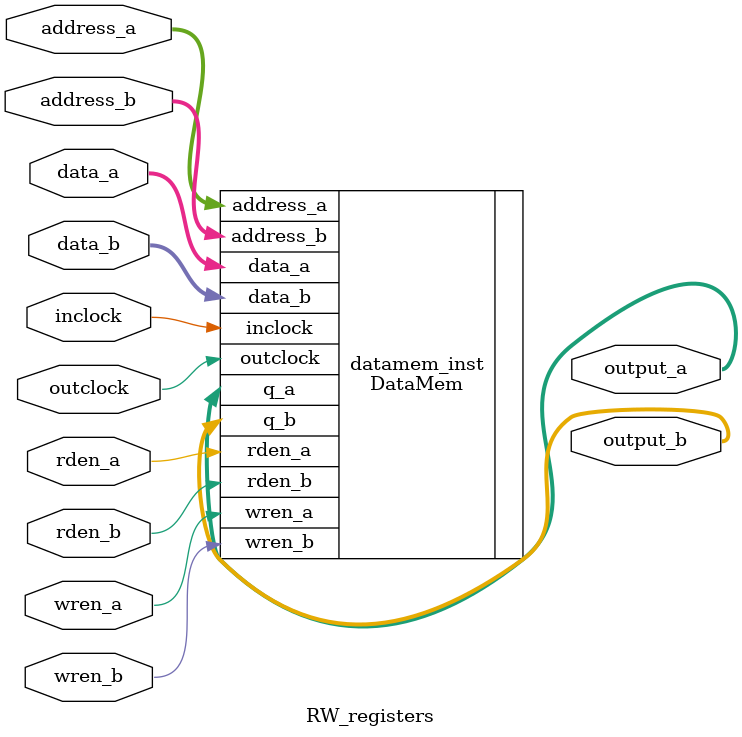
<source format=sv>
module RW_registers (
	input	logic [15:0]  address_a,
	input logic [15:0]  address_b,
	
	input logic [11:0]  data_a,
	input logic [11:0]  data_b,
	
	input logic inclock,
	input logic outclock,
	
	
	input logic wren_a,
	input logic wren_b,
	input logic rden_a,
	input logic rden_b,
	
	
	output logic [11:0]  output_a, //Salida A
	output logic [11:0]  output_b //Salida B
);


 DataMem datamem_inst (
    .address_a(address_a),
    .address_b(address_b),
    .data_a(data_a),
    .data_b(data_b),
    .inclock(inclock),
    .outclock(outclock),
	 .rden_a(rden_a),
	 .rden_b(rden_b),
    .wren_a(wren_a),
    .wren_b(wren_b),
    .q_a(output_a),
    .q_b(output_b)
);


endmodule
</source>
